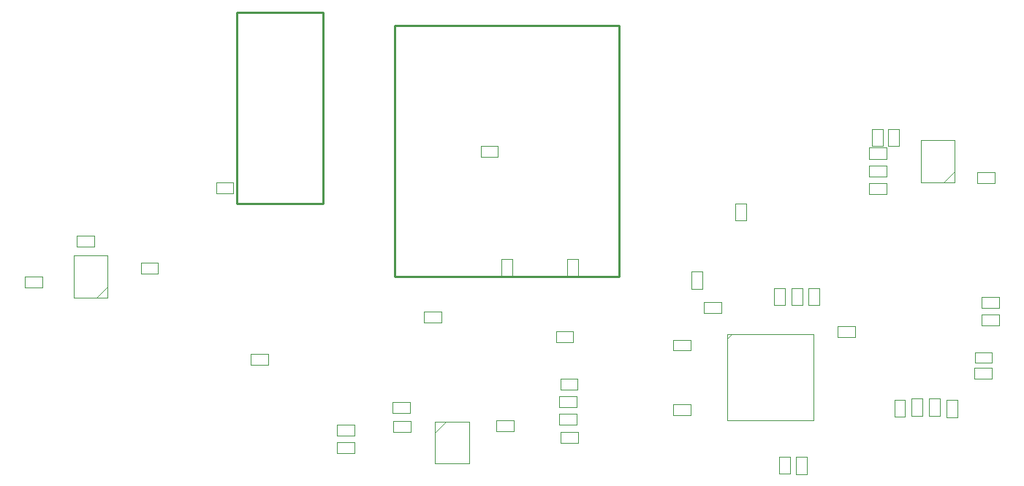
<source format=gbr>
%TF.GenerationSoftware,Altium Limited,Altium Designer,23.6.0 (18)*%
G04 Layer_Color=16711935*
%FSLAX45Y45*%
%MOMM*%
%TF.SameCoordinates,1BF17B70-E076-4422-95A1-EF062E3CA17A*%
%TF.FilePolarity,Positive*%
%TF.FileFunction,Other,Mechanical_13*%
%TF.Part,Single*%
G01*
G75*
%TA.AperFunction,NonConductor*%
%ADD63C,0.10000*%
%ADD64C,0.25400*%
D63*
X2880500Y3360000D02*
Y3485000D01*
X2679500Y3360000D02*
X2880500D01*
X2679500D02*
Y3485000D01*
X2880500D01*
X6617000Y1632500D02*
Y1757500D01*
Y1632500D02*
X6818000D01*
Y1757500D01*
X6617000D02*
X6818000D01*
X10465000Y3909500D02*
X10590000D01*
X10465000D02*
Y4110500D01*
X10590000D01*
Y3909500D02*
Y4110500D01*
X10275000Y3909500D02*
X10400000D01*
X10275000D02*
Y4110500D01*
X10400000D01*
Y3909500D02*
Y4110500D01*
X11495500Y3480000D02*
Y3605000D01*
Y3480000D02*
X11696500D01*
Y3605000D01*
X11495500D02*
X11696500D01*
X8695000Y3045500D02*
X8820000D01*
X8695000D02*
Y3246500D01*
X8820000D01*
Y3045500D02*
Y3246500D01*
X8185000Y2452000D02*
X8310000D01*
Y2251000D02*
Y2452000D01*
X8185000Y2251000D02*
X8310000D01*
X8185000D02*
Y2452000D01*
X9141200Y2062500D02*
X9268800D01*
Y2262500D01*
X9141200D02*
X9268800D01*
X9141200Y2062500D02*
Y2262500D01*
X9343700Y2062500D02*
X9471300D01*
Y2262500D01*
X9343700D02*
X9471300D01*
X9343700Y2062500D02*
Y2262500D01*
X9543700Y2062500D02*
X9671300D01*
Y2262500D01*
X9543700D02*
X9671300D01*
X9543700Y2062500D02*
Y2262500D01*
X11142500Y760500D02*
X11267500D01*
Y961500D01*
X11142500D02*
X11267500D01*
X11142500Y760500D02*
Y961500D01*
X10535000Y767000D02*
X10660000D01*
Y968000D01*
X10535000D02*
X10660000D01*
X10535000Y767000D02*
Y968000D01*
X11550000Y2031200D02*
Y2158800D01*
Y2031200D02*
X11750000D01*
Y2158800D01*
X11550000D02*
X11750000D01*
X11550000Y1831200D02*
Y1958800D01*
Y1831200D02*
X11750000D01*
Y1958800D01*
X11550000D02*
X11750000D01*
X11467000Y1393500D02*
Y1518500D01*
Y1393500D02*
X11668000D01*
Y1518500D01*
X11467000D02*
X11668000D01*
X10733700Y780000D02*
X10861300D01*
Y980000D01*
X10733700D02*
X10861300D01*
X10733700Y780000D02*
Y980000D01*
X10938700Y780000D02*
X11066300D01*
Y980000D01*
X10938700D02*
X11066300D01*
X10938700Y780000D02*
Y980000D01*
X11466000Y1210000D02*
Y1335000D01*
Y1210000D02*
X11667000D01*
Y1335000D01*
X11466000D02*
X11667000D01*
X9522500Y106000D02*
Y307000D01*
X9397500Y106000D02*
X9522500D01*
X9397500D02*
Y307000D01*
X9522500D01*
X9202500Y308000D02*
X9327500D01*
X9202500Y107000D02*
Y308000D01*
Y107000D02*
X9327500D01*
Y308000D01*
X9882000Y1692500D02*
Y1817500D01*
Y1692500D02*
X10083000D01*
Y1817500D01*
X9882000D02*
X10083000D01*
X8178000Y1537500D02*
Y1662500D01*
X7977000D02*
X8178000D01*
X7977000Y1537500D02*
Y1662500D01*
Y1537500D02*
X8178000D01*
X8602500Y1677500D02*
X8652500Y1727500D01*
X8602500Y727500D02*
Y1727500D01*
Y727500D02*
X9602500D01*
Y1727500D01*
X8602500D02*
X9602500D01*
X8178000Y790000D02*
Y915000D01*
X7977000D02*
X8178000D01*
X7977000Y790000D02*
Y915000D01*
Y790000D02*
X8178000D01*
X4732500Y596200D02*
Y723800D01*
Y596200D02*
X4932500D01*
Y723800D01*
X4732500D02*
X4932500D01*
X4082500Y553700D02*
Y681300D01*
Y553700D02*
X4282500D01*
Y681300D01*
X4082500D02*
X4282500D01*
Y348700D02*
Y476300D01*
X4082500D02*
X4282500D01*
X4082500Y348700D02*
Y476300D01*
Y348700D02*
X4282500D01*
X6870500Y470000D02*
Y595000D01*
X6669500D02*
X6870500D01*
X6669500Y470000D02*
Y595000D01*
Y470000D02*
X6870500D01*
X6655000Y673700D02*
Y801300D01*
Y673700D02*
X6855000D01*
Y801300D01*
X6655000D02*
X6855000D01*
X6867000Y1085000D02*
Y1210000D01*
X6666000D02*
X6867000D01*
X6666000Y1085000D02*
Y1210000D01*
Y1085000D02*
X6867000D01*
X6655000Y883700D02*
Y1011300D01*
Y883700D02*
X6855000D01*
Y1011300D01*
X6655000D02*
X6855000D01*
X5217500Y588000D02*
X5344500Y715000D01*
X5217500Y225000D02*
Y715000D01*
Y225000D02*
X5607500D01*
Y715000D01*
X5217500D02*
X5607500D01*
X5745000Y3783700D02*
Y3911300D01*
X5945000D01*
Y3783700D02*
Y3911300D01*
X5745000Y3783700D02*
X5945000D01*
X3082000Y1370000D02*
Y1495000D01*
Y1370000D02*
X3283000D01*
Y1495000D01*
X3082000D02*
X3283000D01*
X6747500Y2600500D02*
X6872500D01*
Y2399500D02*
Y2600500D01*
X6747500Y2399500D02*
X6872500D01*
X6747500D02*
Y2600500D01*
X5987500D02*
X6112500D01*
Y2399500D02*
Y2600500D01*
X5987500Y2399500D02*
X6112500D01*
X5987500D02*
Y2600500D01*
X5287500Y1863700D02*
Y1991300D01*
X5087500D02*
X5287500D01*
X5087500Y1863700D02*
Y1991300D01*
Y1863700D02*
X5287500D01*
X1807000Y2557500D02*
X2008000D01*
Y2432500D02*
Y2557500D01*
X1807000Y2432500D02*
X2008000D01*
X1807000D02*
Y2557500D01*
X1027500Y2150000D02*
X1417500D01*
X1027500D02*
Y2640000D01*
X1417500D01*
Y2150000D02*
Y2640000D01*
X1290500Y2150000D02*
X1417500Y2277000D01*
X664500Y2269000D02*
Y2394000D01*
X463500D02*
X664500D01*
X463500Y2269000D02*
Y2394000D01*
Y2269000D02*
X664500D01*
X1265500Y2747500D02*
Y2872500D01*
X1064500D02*
X1265500D01*
X1064500Y2747500D02*
Y2872500D01*
Y2747500D02*
X1265500D01*
X10245000Y3478800D02*
X10445000D01*
Y3351200D02*
Y3478800D01*
X10245000Y3351200D02*
X10445000D01*
X10245000D02*
Y3478800D01*
X10845000Y3490000D02*
X11235000D01*
X10845000D02*
Y3980000D01*
X11235000D01*
Y3490000D02*
Y3980000D01*
X11108000Y3490000D02*
X11235000Y3617000D01*
X10245000Y3763700D02*
X10445000D01*
X10245000D02*
Y3891300D01*
X10445000D01*
Y3763700D02*
Y3891300D01*
X10245000Y3556200D02*
X10445000D01*
X10245000D02*
Y3683800D01*
X10445000D01*
Y3556200D02*
Y3683800D01*
X4722500Y941300D02*
X4922500D01*
Y813700D02*
Y941300D01*
X4722500Y813700D02*
X4922500D01*
X4722500D02*
Y941300D01*
X5924500Y725000D02*
X6125500D01*
Y600000D02*
Y725000D01*
X5924500Y600000D02*
X6125500D01*
X5924500D02*
Y725000D01*
X8332000Y1975000D02*
X8533000D01*
X8332000D02*
Y2100000D01*
X8533000D01*
Y1975000D02*
Y2100000D01*
D64*
X4747500Y5312500D02*
X7347500D01*
X4747500Y2392500D02*
Y5312500D01*
Y2392500D02*
X7347500D01*
Y5312500D01*
X2922500Y3240000D02*
X3922500D01*
Y5460000D01*
X2922500D02*
X3922500D01*
X2922500Y3240000D02*
Y5460000D01*
%TF.MD5,0ff0e03fcb697d985725d9088367160a*%
M02*

</source>
